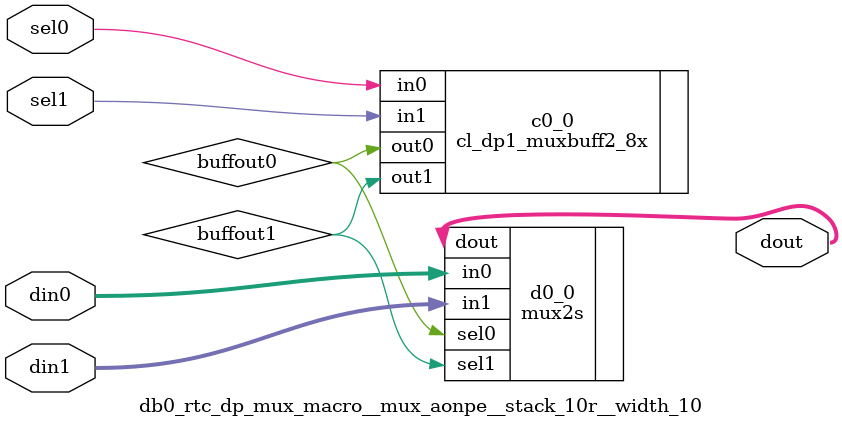
<source format=v>
module db0_rtc_dp (
  l2clk, 
  io_cmp_sync_en, 
  cmp_io2x_sync_en, 
  red_rtc_rep_bus, 
  scan_in, 
  scan_out, 
  tcu_pce_ov, 
  tcu_clk_stop, 
  tcu_aclk, 
  tcu_bclk, 
  tcu_scan_en, 
  l2t0_dbg0_sii_iq_dequeue, 
  l2t2_dbg0_sii_iq_dequeue, 
  l2t0_dbg0_sii_wib_dequeue, 
  l2t2_dbg0_sii_wib_dequeue, 
  l2t0_dbg0_err_event, 
  l2t2_dbg0_err_event, 
  l2t0_dbg0_pa_match, 
  l2t2_dbg0_pa_match, 
  l2t0_dbg0_xbar_vcid, 
  l2t2_dbg0_xbar_vcid, 
  l2b0_dbg0_sio_ctag_vld, 
  l2b1_dbg0_sio_ctag_vld, 
  l2b2_dbg0_sio_ctag_vld, 
  l2b3_dbg0_sio_ctag_vld, 
  l2b0_dbg0_sio_ack_type, 
  l2b1_dbg0_sio_ack_type, 
  l2b2_dbg0_sio_ack_type, 
  l2b3_dbg0_sio_ack_type, 
  l2b0_dbg0_sio_ack_dest, 
  l2b1_dbg0_sio_ack_dest, 
  l2b2_dbg0_sio_ack_dest, 
  l2b3_dbg0_sio_ack_dest, 
  spc0_dbg0_instr_cmt_grp0, 
  spc0_dbg0_instr_cmt_grp1, 
  spc2_dbg0_instr_cmt_grp0, 
  spc2_dbg0_instr_cmt_grp1, 
  dbg0_dbg1_debug_data, 
  dbg0_dbg1_l2t0_sii_iq_dequeue, 
  dbg0_dbg1_l2t2_sii_iq_dequeue, 
  dbg0_dbg1_l2t0_sii_wib_dequeue, 
  dbg0_dbg1_l2t2_sii_wib_dequeue, 
  dbg0_dbg1_l2t0_err_event, 
  dbg0_dbg1_l2t2_err_event, 
  dbg0_dbg1_l2t0_pa_match, 
  dbg0_dbg1_l2t2_pa_match, 
  dbg0_dbg1_l2t0_xbar_vcid, 
  dbg0_dbg1_l2t2_xbar_vcid, 
  dbg0_dbg1_spc0_instr_cmt_grp0, 
  dbg0_dbg1_spc0_instr_cmt_grp1, 
  dbg0_dbg1_spc2_instr_cmt_grp0, 
  dbg0_dbg1_spc2_instr_cmt_grp1, 
  dbg0_dbg1_l2b0_sio_ctag_vld, 
  dbg0_dbg1_l2b1_sio_ctag_vld, 
  dbg0_dbg1_l2b2_sio_ctag_vld, 
  dbg0_dbg1_l2b3_sio_ctag_vld, 
  dbg0_dbg1_l2b0_sio_ack_type, 
  dbg0_dbg1_l2b1_sio_ack_type, 
  dbg0_dbg1_l2b2_sio_ack_type, 
  dbg0_dbg1_l2b3_sio_ack_type, 
  dbg0_dbg1_l2b0_sio_ack_dest, 
  dbg0_dbg1_l2b1_sio_ack_dest, 
  dbg0_dbg1_l2b2_sio_ack_dest, 
  dbg0_dbg1_l2b3_sio_ack_dest);
wire pce_ov;
wire stop;
wire siclk;
wire soclk;
wire se;
wire ff_io_sync_en_scanin;
wire ff_io_sync_en_scanout;
wire dbg0_io_cmp_sync_en_2;
wire dbg0_io_cmp_sync_en_3;
wire dbg0_io_cmp_sync_en_4;
wire dbg0_io_cmp_sync_en_5;
wire dbg0_io_cmp_sync_en_32;
wire dbg0_io_cmp_sync_en_42;
wire dbg0_io_cmp_sync_en_52;
wire dbg0_io_cmp_sync_en_6;
wire dbg0_io_cmp_sync_en_62;
wire cmp_io2x_sync_en_2;
wire dbg0_io_cmp_sync_en_3or4;
wire dbg0_io_cmp_sync_en_32or42;
wire dbg0_io_cmp_sync_en_5or6;
wire dbg0_io_cmp_sync_en_52or62;
wire ff_red_rtc_rep_bus_slice0_scanin;
wire ff_red_rtc_rep_bus_slice0_scanout;
wire ff_red_rtc_rep_bus_slice1_scanin;
wire ff_red_rtc_rep_bus_slice1_scanout;
wire ff_red_rtc_rep_bus_slice2_scanin;
wire ff_red_rtc_rep_bus_slice2_scanout;
wire ff_red_rtc_rep_bus_slice3_scanin;
wire ff_red_rtc_rep_bus_slice3_scanout;
wire ff_red_rtc_rep_bus_slice4_scanin;
wire ff_red_rtc_rep_bus_slice4_scanout;
wire ff_red_rtc_rep_bus_slice5_scanin;
wire ff_red_rtc_rep_bus_slice5_scanout;
wire ff_red_rtc_rep_bus_slice6_scanin;
wire ff_red_rtc_rep_bus_slice6_scanout;
wire ff_red_rtc_rep_bus_slice7_scanin;
wire ff_red_rtc_rep_bus_slice7_scanout;
wire ff_rep_bus_slice0_scanin;
wire ff_rep_bus_slice0_scanout;
wire ff_rep_bus_slice1_scanin;
wire ff_rep_bus_slice1_scanout;
wire ff_rep_bus_slice2_scanin;
wire ff_rep_bus_slice2_scanout;
wire ff_rep_bus_slice3_scanin;
wire ff_rep_bus_slice3_scanout;


input		l2clk;                  //Internal CMP clock from CCU
input           io_cmp_sync_en;         // IO to CMP sync enable
input           cmp_io2x_sync_en;       // CMP to IO2X sync enable
input  [331:0]  red_rtc_rep_bus;        // repeatability bus from rtc_dp module 

input           scan_in;
output          scan_out;
input           tcu_pce_ov;
input           tcu_clk_stop;
input           tcu_aclk;
input           tcu_bclk;
input           tcu_scan_en;


input           l2t0_dbg0_sii_iq_dequeue;       //L2t 0  dequeue from IQ
input           l2t2_dbg0_sii_iq_dequeue;        //L2t 2  dequeue from IQ
input           l2t0_dbg0_sii_wib_dequeue;      //L2t 0  dequeue from IOWB
input           l2t2_dbg0_sii_wib_dequeue;      //L2t 2  dequeue from IOWB
input           l2t0_dbg0_err_event;    //An Error event occurred in l2t 0
input           l2t2_dbg0_err_event;    //An Error event occurred in l2t 2
input           l2t0_dbg0_pa_match;     //A PA match detected in l2t 0
input           l2t2_dbg0_pa_match;     //A PA match detected in l2t 2
input  [5:0]    l2t0_dbg0_xbar_vcid;    //VCID[5:0] from Xbar to L2t 0
input  [5:0]    l2t2_dbg0_xbar_vcid;    //VCID[5:0] from Xbar to L2t 2
input           l2b0_dbg0_sio_ctag_vld; //Ctag  valid from L2b 0  to SIO
input           l2b1_dbg0_sio_ctag_vld; //Ctag  valid from L2b 1  to SIO
input           l2b2_dbg0_sio_ctag_vld; //Ctag  valid from L2b 2  to SIO
input           l2b3_dbg0_sio_ctag_vld; //Ctag  valid from L2b 3  to SIO
input           l2b0_dbg0_sio_ack_type; //Read or Wr ack from L2b 0  to SIO
input           l2b1_dbg0_sio_ack_type; //Read or Wr ack from L2b 1  to SIO
input           l2b2_dbg0_sio_ack_type; //Read or Wr ack from L2b 2  to SIO
input           l2b3_dbg0_sio_ack_type; //Read or Wr ack from L2b 3  to SIO
input           l2b0_dbg0_sio_ack_dest; //Read or Wr ack dest (NIU/DMU) from L2b 0  to SIO
input           l2b1_dbg0_sio_ack_dest; //Read or Wr ack dest (NIU/DMU) from L2b 1  to SIO
input           l2b2_dbg0_sio_ack_dest; //Read or Wr ack dest (NIU/DMU) from L2b 2  to SIO
input           l2b3_dbg0_sio_ack_dest; //Read or Wr ack dest (NIU/DMU) from L2b 3  to SIO
input  [1:0]    spc0_dbg0_instr_cmt_grp0;//Instruction Commited in Thread Group 0 for SPC 0
input  [1:0]    spc0_dbg0_instr_cmt_grp1;//Instruction Commited in Thread Group 1 for SPC 0
input  [1:0]    spc2_dbg0_instr_cmt_grp0;//Instruction Commited in Thread Group 0 for SPC 2
input  [1:0]    spc2_dbg0_instr_cmt_grp1;//Instruction Commited in Thread Group 1 for SPC 2


output [165:0]   dbg0_dbg1_debug_data;  // 166 bit debug data bus carrying repeatability signals to DBG1
output           dbg0_dbg1_l2t0_sii_iq_dequeue;       //L2t 0  dequeue from IQ : flopped version
output           dbg0_dbg1_l2t2_sii_iq_dequeue;        //L2t 2  dequeue from IQ : flopped version
output           dbg0_dbg1_l2t0_sii_wib_dequeue;      //L2t 0  dequeue from IOWB : flopped version
output           dbg0_dbg1_l2t2_sii_wib_dequeue;      //L2t 2  dequeue from IOWB : flopped version
output           dbg0_dbg1_l2t0_err_event;    //An Error event occurred in l2t 0 : flopped version
output           dbg0_dbg1_l2t2_err_event;    //An Error event occurred in l2t 2 : flopped version
output           dbg0_dbg1_l2t0_pa_match;     //A PA match detected in l2t 0 : flopped version
output           dbg0_dbg1_l2t2_pa_match;     //A PA match detected in l2t 2 : flopped version
output  [5:0]    dbg0_dbg1_l2t0_xbar_vcid;    //VCID[5:0] from Xbar to L2t 0 : flopped version
output  [5:0]    dbg0_dbg1_l2t2_xbar_vcid;    //VCID[5:0] from Xbar to L2t 2 : flopped version

output  [1:0]    dbg0_dbg1_spc0_instr_cmt_grp0;//Instruction Commited in Thread Group 0 for SPC 0
output  [1:0]    dbg0_dbg1_spc0_instr_cmt_grp1;//Instruction Commited in Thread Group 1 for SPC 0
output  [1:0]    dbg0_dbg1_spc2_instr_cmt_grp0;//Instruction Commited in Thread Group 0 for SPC 2
output  [1:0]    dbg0_dbg1_spc2_instr_cmt_grp1;//Instruction Commited in Thread Group 1 for SPC 2

output           dbg0_dbg1_l2b0_sio_ctag_vld; //Ctag  valid from L2b 0  to SIO : flopped version
output           dbg0_dbg1_l2b1_sio_ctag_vld; //Ctag  valid from L2b 1  to SIO : flopped version
output           dbg0_dbg1_l2b2_sio_ctag_vld; //Ctag  valid from L2b 2  to SIO : flopped version
output           dbg0_dbg1_l2b3_sio_ctag_vld; //Ctag  valid from L2b 3  to SIO : flopped version
output           dbg0_dbg1_l2b0_sio_ack_type; //Read or Wr ack from L2b 0  to SIO : flopped version
output           dbg0_dbg1_l2b1_sio_ack_type; //Read or Wr ack from L2b 1  to SIO : flopped version
output           dbg0_dbg1_l2b2_sio_ack_type; //Read or Wr ack from L2b 2  to SIO : flopped version
output           dbg0_dbg1_l2b3_sio_ack_type; //Read or Wr ack from L2b 3  to SIO : flopped version
output           dbg0_dbg1_l2b0_sio_ack_dest; //Read or Wr ack dest (NIU/DMU) from L2b 0  to SIO : flopped version
output           dbg0_dbg1_l2b1_sio_ack_dest; //Read or Wr ack dest (NIU/DMU) from L2b 1  to SIO : flopped version
output           dbg0_dbg1_l2b2_sio_ack_dest; //Read or Wr ack dest (NIU/DMU) from L2b 2  to SIO : flopped version
output           dbg0_dbg1_l2b3_sio_ack_dest; //Read or Wr ack dest (NIU/DMU) from L2b 3  to SIO : flopped version

// Scan reassigns
assign pce_ov = tcu_pce_ov;
assign stop = tcu_clk_stop;
assign siclk = tcu_aclk;
assign soclk = tcu_bclk;
assign se = tcu_scan_en;

wire  [331:0] red_rtc_rep_bus_r,red_rtc_rep_bus_rewired;
wire  [165:0] rep_bus;

// io_cmp_sync_en staging flops to stage sync_enables and to stage signnals 
// from spc0,2, l2b0,1,2,3 l2t0,2  

db0_rtc_dp_msff_macro__stack_50c__width_50 ff_io_sync_en           (
                .scan_in(ff_io_sync_en_scanin),
                .scan_out(ff_io_sync_en_scanout),
                .clk    ( l2clk ),
                .en     ( 1'b1 ),
                .din    ( {io_cmp_sync_en,dbg0_io_cmp_sync_en_2,
                           dbg0_io_cmp_sync_en_3,dbg0_io_cmp_sync_en_4,dbg0_io_cmp_sync_en_5,
                           dbg0_io_cmp_sync_en_2,dbg0_io_cmp_sync_en_32,dbg0_io_cmp_sync_en_42,
                           dbg0_io_cmp_sync_en_52,cmp_io2x_sync_en,
                           spc0_dbg0_instr_cmt_grp0[1:0],spc0_dbg0_instr_cmt_grp1[1:0],
                           spc2_dbg0_instr_cmt_grp0[1:0],spc2_dbg0_instr_cmt_grp1[1:0],
                           l2b0_dbg0_sio_ctag_vld,l2b1_dbg0_sio_ctag_vld,l2b2_dbg0_sio_ctag_vld,
                           l2b3_dbg0_sio_ctag_vld,l2b0_dbg0_sio_ack_type,l2b1_dbg0_sio_ack_type,
                           l2b2_dbg0_sio_ack_type,l2b3_dbg0_sio_ack_type,l2b0_dbg0_sio_ack_dest,
                           l2b1_dbg0_sio_ack_dest,l2b2_dbg0_sio_ack_dest,l2b3_dbg0_sio_ack_dest,
                           l2t0_dbg0_xbar_vcid[5:0],l2t2_dbg0_xbar_vcid[5:0],
                           l2t0_dbg0_sii_iq_dequeue,l2t2_dbg0_sii_iq_dequeue,l2t0_dbg0_sii_wib_dequeue,
                           l2t2_dbg0_sii_wib_dequeue,l2t0_dbg0_err_event,l2t2_dbg0_err_event,
                           l2t0_dbg0_pa_match,l2t2_dbg0_pa_match} 
                         ),
                           
                .dout   ( {dbg0_io_cmp_sync_en_2,dbg0_io_cmp_sync_en_3,
                           dbg0_io_cmp_sync_en_4,dbg0_io_cmp_sync_en_5,dbg0_io_cmp_sync_en_6,
                           dbg0_io_cmp_sync_en_32,dbg0_io_cmp_sync_en_42,dbg0_io_cmp_sync_en_52,
                           dbg0_io_cmp_sync_en_62,cmp_io2x_sync_en_2,
                           dbg0_dbg1_spc0_instr_cmt_grp0[1:0],dbg0_dbg1_spc0_instr_cmt_grp1[1:0],
                           dbg0_dbg1_spc2_instr_cmt_grp0[1:0],dbg0_dbg1_spc2_instr_cmt_grp1[1:0],
                           dbg0_dbg1_l2b0_sio_ctag_vld,dbg0_dbg1_l2b1_sio_ctag_vld,
                           dbg0_dbg1_l2b2_sio_ctag_vld,dbg0_dbg1_l2b3_sio_ctag_vld,
                           dbg0_dbg1_l2b0_sio_ack_type,dbg0_dbg1_l2b1_sio_ack_type,
                           dbg0_dbg1_l2b2_sio_ack_type,dbg0_dbg1_l2b3_sio_ack_type,
                           dbg0_dbg1_l2b0_sio_ack_dest,dbg0_dbg1_l2b1_sio_ack_dest,
                           dbg0_dbg1_l2b2_sio_ack_dest,dbg0_dbg1_l2b3_sio_ack_dest,
                           dbg0_dbg1_l2t0_xbar_vcid[5:0],dbg0_dbg1_l2t2_xbar_vcid[5:0],
                           dbg0_dbg1_l2t0_sii_iq_dequeue,dbg0_dbg1_l2t2_sii_iq_dequeue,
                           dbg0_dbg1_l2t0_sii_wib_dequeue,dbg0_dbg1_l2t2_sii_wib_dequeue,
                           dbg0_dbg1_l2t0_err_event,dbg0_dbg1_l2t2_err_event,
                           dbg0_dbg1_l2t0_pa_match,dbg0_dbg1_l2t2_pa_match} ),
  .se(se),
  .siclk(siclk),
  .soclk(soclk),
  .pce_ov(pce_ov),
  .stop(stop)
                );

// OR piped versions of sync enables to generate mux selects

db0_rtc_dp_or_macro__stack_1l__width_1 or_sync_3_4    
        (
        .din0   (dbg0_io_cmp_sync_en_3),
        .din1   (dbg0_io_cmp_sync_en_4),
        .dout   (dbg0_io_cmp_sync_en_3or4)
        );

db0_rtc_dp_or_macro__stack_1l__width_1 or_sync_32_42    
        (
        .din0   (dbg0_io_cmp_sync_en_32),
        .din1   (dbg0_io_cmp_sync_en_42),
        .dout   (dbg0_io_cmp_sync_en_32or42)
        );

db0_rtc_dp_or_macro__stack_1l__width_1 or_sync_5_6    
        (
        .din0   (dbg0_io_cmp_sync_en_5),
        .din1   (dbg0_io_cmp_sync_en_6),
        .dout   (dbg0_io_cmp_sync_en_5or6)
        );

db0_rtc_dp_or_macro__stack_1l__width_1 or_sync_52_62    
        (
        .din0   (dbg0_io_cmp_sync_en_52),
        .din1   (dbg0_io_cmp_sync_en_62),
        .dout   (dbg0_io_cmp_sync_en_52or62)
        );

// flop red_rtc_rep_bus bits [165:0]
// flop the data such that the DMU data goes out over 2 back to back 700 mhz clock edges
// on bits 82:0 , and NIU data on bits 165:83

assign red_rtc_rep_bus_rewired = {   red_rtc_rep_bus[248:166],red_rtc_rep_bus[82:0], // NIU 2nd,DMU 2nd
                                     red_rtc_rep_bus[331:249],red_rtc_rep_bus[165:83]} ; // NIU 1st, DMU 1st


db0_rtc_dp_msff_macro__stack_72c__width_72 ff_red_rtc_rep_bus_slice0           (
                .scan_in(ff_red_rtc_rep_bus_slice0_scanin),
                .scan_out(ff_red_rtc_rep_bus_slice0_scanout),
                .clk    ( l2clk ),
                .en     ( dbg0_io_cmp_sync_en_2 ),
                .din    ( red_rtc_rep_bus_rewired[71:0]),
                .dout   ( red_rtc_rep_bus_r[71:0]),
  .se(se),
  .siclk(siclk),
  .soclk(soclk),
  .pce_ov(pce_ov),
  .stop(stop) 
                );

db0_rtc_dp_msff_macro__stack_12r__width_12 ff_red_rtc_rep_bus_slice1           (
                .scan_in(ff_red_rtc_rep_bus_slice1_scanin),
                .scan_out(ff_red_rtc_rep_bus_slice1_scanout),
                .clk    ( l2clk ),
                .en     ( dbg0_io_cmp_sync_en_2 ),
                .din    ( red_rtc_rep_bus_rewired[83:72]),
                .dout   ( red_rtc_rep_bus_r[83:72]),
  .se(se),
  .siclk(siclk),
  .soclk(soclk),
  .pce_ov(pce_ov),
  .stop(stop)
                );

db0_rtc_dp_msff_macro__stack_72c__width_72 ff_red_rtc_rep_bus_slice2           (
                .scan_in(ff_red_rtc_rep_bus_slice2_scanin),
                .scan_out(ff_red_rtc_rep_bus_slice2_scanout),
                .clk    ( l2clk ),
                .en     ( dbg0_io_cmp_sync_en_2 ),
                .din    ( red_rtc_rep_bus_rewired[155:84]),
                .dout   ( red_rtc_rep_bus_r[155:84]),
  .se(se),
  .siclk(siclk),
  .soclk(soclk),
  .pce_ov(pce_ov),
  .stop(stop)
               );

db0_rtc_dp_msff_macro__stack_10r__width_10 ff_red_rtc_rep_bus_slice3           (
                .scan_in(ff_red_rtc_rep_bus_slice3_scanin),
                .scan_out(ff_red_rtc_rep_bus_slice3_scanout),
                .clk    ( l2clk ),
                .en     ( dbg0_io_cmp_sync_en_2 ),
                .din    ( red_rtc_rep_bus_rewired[165:156]),
                .dout   ( red_rtc_rep_bus_r[165:156]),
  .se(se),
  .siclk(siclk),
  .soclk(soclk),
  .pce_ov(pce_ov),
  .stop(stop)
               );

// flop red_rtc_rep_bus bits [311:166]

db0_rtc_dp_msff_macro__stack_72c__width_72 ff_red_rtc_rep_bus_slice4          (
                .scan_in(ff_red_rtc_rep_bus_slice4_scanin),
                .scan_out(ff_red_rtc_rep_bus_slice4_scanout),
                .clk    ( l2clk ),
                .en     ( dbg0_io_cmp_sync_en_2 ),
                .din    ( red_rtc_rep_bus_rewired[237:166]),
                .dout   ( red_rtc_rep_bus_r[237:166]),
  .se(se),
  .siclk(siclk),
  .soclk(soclk),
  .pce_ov(pce_ov),
  .stop(stop)
               );

db0_rtc_dp_msff_macro__stack_12r__width_12 ff_red_rtc_rep_bus_slice5          (
                .scan_in(ff_red_rtc_rep_bus_slice5_scanin),
                .scan_out(ff_red_rtc_rep_bus_slice5_scanout),
                .clk    ( l2clk ),
                .en     ( dbg0_io_cmp_sync_en_2 ),
                .din    ( red_rtc_rep_bus_rewired[249:238]),
                .dout   ( red_rtc_rep_bus_r[249:238]),
  .se(se),
  .siclk(siclk),
  .soclk(soclk),
  .pce_ov(pce_ov),
  .stop(stop)
               );

db0_rtc_dp_msff_macro__stack_72c__width_72 ff_red_rtc_rep_bus_slice6          (
                .scan_in(ff_red_rtc_rep_bus_slice6_scanin),
                .scan_out(ff_red_rtc_rep_bus_slice6_scanout),
                .clk    ( l2clk ),
                .en     ( dbg0_io_cmp_sync_en_2 ),
                .din    ( red_rtc_rep_bus_rewired[321:250]),
                .dout   ( red_rtc_rep_bus_r[321:250]),
  .se(se),
  .siclk(siclk),
  .soclk(soclk),
  .pce_ov(pce_ov),
  .stop(stop)
               );

db0_rtc_dp_msff_macro__stack_10r__width_10 ff_red_rtc_rep_bus_slice7          (
                .scan_in(ff_red_rtc_rep_bus_slice7_scanin),
                .scan_out(ff_red_rtc_rep_bus_slice7_scanout),
                .clk    ( l2clk ),
                .en     ( dbg0_io_cmp_sync_en_2 ),
                .din    ( red_rtc_rep_bus_rewired[331:322]),
                .dout   ( red_rtc_rep_bus_r[331:322]),
  .se(se),
  .siclk(siclk),
  .soclk(soclk),
  .pce_ov(pce_ov),
  .stop(stop)
               );

// Mux between red_rtc_rep_bus_r[311:166] and red_rtc_rep_bus_r[165:0]

db0_rtc_dp_mux_macro__mux_aonpe__stack_72c__width_72 mux_1 
               (
                .dout (rep_bus[71:0]),
                .din0  (red_rtc_rep_bus_r[71:0]),
                .din1  (red_rtc_rep_bus_r[237:166]),
                .sel0 (dbg0_io_cmp_sync_en_3or4),
                .sel1 (dbg0_io_cmp_sync_en_5or6)
              ) ;

db0_rtc_dp_mux_macro__mux_aonpe__stack_12r__width_12 mux_2 
               (
                .dout (rep_bus[83:72]),
                .din0  (red_rtc_rep_bus_r[83:72]),
                .din1  (red_rtc_rep_bus_r[249:238]),
                .sel0 (dbg0_io_cmp_sync_en_3or4),
                .sel1 (dbg0_io_cmp_sync_en_5or6)
              ) ;

db0_rtc_dp_mux_macro__mux_aonpe__stack_72c__width_72 mux_3 
               (
                .dout (rep_bus[155:84]),
                .din0  (red_rtc_rep_bus_r[155:84]),
                .din1  (red_rtc_rep_bus_r[321:250]),
                .sel0 (dbg0_io_cmp_sync_en_32or42),
                .sel1 (dbg0_io_cmp_sync_en_52or62)
              ) ;

db0_rtc_dp_mux_macro__mux_aonpe__stack_10r__width_10 mux_4 
               (
                .dout (rep_bus[165:156]),
                .din0  (red_rtc_rep_bus_r[165:156]),
                .din1  (red_rtc_rep_bus_r[331:322]),
                .sel0 (dbg0_io_cmp_sync_en_32or42),
                .sel1 (dbg0_io_cmp_sync_en_52or62)
              ) ;

// FLop rep_bus before sending out of dbg0, enabled by cmp_io2x_sync_en_2

db0_rtc_dp_msff_macro__stack_72c__width_72 ff_rep_bus_slice0           (
                .scan_in(ff_rep_bus_slice0_scanin),
                .scan_out(ff_rep_bus_slice0_scanout),
                .clk    ( l2clk ),
                .en     ( cmp_io2x_sync_en_2 ),
                .din    ( rep_bus[71:0]),
                .dout   ( dbg0_dbg1_debug_data[71:0]),
  .se(se),
  .siclk(siclk),
  .soclk(soclk),
  .pce_ov(pce_ov),
  .stop(stop)
                );

db0_rtc_dp_msff_macro__stack_12r__width_12 ff_rep_bus_slice1           (
                .scan_in(ff_rep_bus_slice1_scanin),
                .scan_out(ff_rep_bus_slice1_scanout),
                .clk    ( l2clk ),
                .en     ( cmp_io2x_sync_en_2 ),
                .din    ( rep_bus[83:72]),
                .dout   ( dbg0_dbg1_debug_data[83:72]),
  .se(se),
  .siclk(siclk),
  .soclk(soclk),
  .pce_ov(pce_ov),
  .stop(stop)
                );

db0_rtc_dp_msff_macro__stack_72c__width_72 ff_rep_bus_slice2           (
                .scan_in(ff_rep_bus_slice2_scanin),
                .scan_out(ff_rep_bus_slice2_scanout),
                .clk    ( l2clk ),
                .en     ( cmp_io2x_sync_en_2 ),
                .din    ( rep_bus[155:84]),
                .dout   ( dbg0_dbg1_debug_data[155:84]),
  .se(se),
  .siclk(siclk),
  .soclk(soclk),
  .pce_ov(pce_ov),
  .stop(stop)
               );

db0_rtc_dp_msff_macro__stack_10r__width_10 ff_rep_bus_slice3           (
                .scan_in(ff_rep_bus_slice3_scanin),
                .scan_out(ff_rep_bus_slice3_scanout),
                .clk    ( l2clk ),
                .en     ( cmp_io2x_sync_en_2 ),
                .din    ( rep_bus[165:156]),
                .dout   ( dbg0_dbg1_debug_data[165:156]),
  .se(se),
  .siclk(siclk),
  .soclk(soclk),
  .pce_ov(pce_ov),
  .stop(stop)
               );


// fixscan start:
assign ff_io_sync_en_scanin      = scan_in                  ;
assign ff_red_rtc_rep_bus_slice0_scanin = ff_io_sync_en_scanout    ;
assign ff_red_rtc_rep_bus_slice1_scanin = ff_red_rtc_rep_bus_slice0_scanout;
assign ff_red_rtc_rep_bus_slice2_scanin = ff_red_rtc_rep_bus_slice1_scanout;
assign ff_red_rtc_rep_bus_slice3_scanin = ff_red_rtc_rep_bus_slice2_scanout;
assign ff_red_rtc_rep_bus_slice4_scanin = ff_red_rtc_rep_bus_slice3_scanout;
assign ff_red_rtc_rep_bus_slice5_scanin = ff_red_rtc_rep_bus_slice4_scanout;
assign ff_red_rtc_rep_bus_slice6_scanin = ff_red_rtc_rep_bus_slice5_scanout;
assign ff_red_rtc_rep_bus_slice7_scanin = ff_red_rtc_rep_bus_slice6_scanout;
assign ff_rep_bus_slice0_scanin  = ff_red_rtc_rep_bus_slice7_scanout;
assign ff_rep_bus_slice1_scanin  = ff_rep_bus_slice0_scanout;
assign ff_rep_bus_slice2_scanin  = ff_rep_bus_slice1_scanout;
assign ff_rep_bus_slice3_scanin  = ff_rep_bus_slice2_scanout;
assign scan_out                  = ff_rep_bus_slice3_scanout;
// fixscan end:
endmodule






// any PARAMS parms go into naming of macro

module db0_rtc_dp_msff_macro__stack_50c__width_50 (
  din, 
  clk, 
  en, 
  se, 
  scan_in, 
  siclk, 
  soclk, 
  pce_ov, 
  stop, 
  dout, 
  scan_out);
wire l1clk;
wire siclk_out;
wire soclk_out;
wire [48:0] so;

  input [49:0] din;


  input clk;
  input en;
  input se;
  input scan_in;
  input siclk;
  input soclk;
  input pce_ov;
  input stop;



  output [49:0] dout;


  output scan_out;




cl_dp1_l1hdr_8x c0_0 (
.l2clk(clk),
.pce(en),
.aclk(siclk),
.bclk(soclk),
.l1clk(l1clk),
  .se(se),
  .pce_ov(pce_ov),
  .stop(stop),
  .siclk_out(siclk_out),
  .soclk_out(soclk_out)
);
dff #(50)  d0_0 (
.l1clk(l1clk),
.siclk(siclk_out),
.soclk(soclk_out),
.d(din[49:0]),
.si({scan_in,so[48:0]}),
.so({so[48:0],scan_out}),
.q(dout[49:0])
);




















endmodule









//  
//   or macro for ports = 2,3
//
//





module db0_rtc_dp_or_macro__stack_1l__width_1 (
  din0, 
  din1, 
  dout);
  input [0:0] din0;
  input [0:0] din1;
  output [0:0] dout;






or2 #(1)  d0_0 (
.in0(din0[0:0]),
.in1(din1[0:0]),
.out(dout[0:0])
);









endmodule









// any PARAMS parms go into naming of macro

module db0_rtc_dp_msff_macro__stack_72c__width_72 (
  din, 
  clk, 
  en, 
  se, 
  scan_in, 
  siclk, 
  soclk, 
  pce_ov, 
  stop, 
  dout, 
  scan_out);
wire l1clk;
wire siclk_out;
wire soclk_out;
wire [70:0] so;

  input [71:0] din;


  input clk;
  input en;
  input se;
  input scan_in;
  input siclk;
  input soclk;
  input pce_ov;
  input stop;



  output [71:0] dout;


  output scan_out;




cl_dp1_l1hdr_8x c0_0 (
.l2clk(clk),
.pce(en),
.aclk(siclk),
.bclk(soclk),
.l1clk(l1clk),
  .se(se),
  .pce_ov(pce_ov),
  .stop(stop),
  .siclk_out(siclk_out),
  .soclk_out(soclk_out)
);
dff #(72)  d0_0 (
.l1clk(l1clk),
.siclk(siclk_out),
.soclk(soclk_out),
.d(din[71:0]),
.si({scan_in,so[70:0]}),
.so({so[70:0],scan_out}),
.q(dout[71:0])
);




















endmodule













// any PARAMS parms go into naming of macro

module db0_rtc_dp_msff_macro__stack_12r__width_12 (
  din, 
  clk, 
  en, 
  se, 
  scan_in, 
  siclk, 
  soclk, 
  pce_ov, 
  stop, 
  dout, 
  scan_out);
wire l1clk;
wire siclk_out;
wire soclk_out;
wire [10:0] so;

  input [11:0] din;


  input clk;
  input en;
  input se;
  input scan_in;
  input siclk;
  input soclk;
  input pce_ov;
  input stop;



  output [11:0] dout;


  output scan_out;




cl_dp1_l1hdr_8x c0_0 (
.l2clk(clk),
.pce(en),
.aclk(siclk),
.bclk(soclk),
.l1clk(l1clk),
  .se(se),
  .pce_ov(pce_ov),
  .stop(stop),
  .siclk_out(siclk_out),
  .soclk_out(soclk_out)
);
dff #(12)  d0_0 (
.l1clk(l1clk),
.siclk(siclk_out),
.soclk(soclk_out),
.d(din[11:0]),
.si({scan_in,so[10:0]}),
.so({so[10:0],scan_out}),
.q(dout[11:0])
);




















endmodule













// any PARAMS parms go into naming of macro

module db0_rtc_dp_msff_macro__stack_10r__width_10 (
  din, 
  clk, 
  en, 
  se, 
  scan_in, 
  siclk, 
  soclk, 
  pce_ov, 
  stop, 
  dout, 
  scan_out);
wire l1clk;
wire siclk_out;
wire soclk_out;
wire [8:0] so;

  input [9:0] din;


  input clk;
  input en;
  input se;
  input scan_in;
  input siclk;
  input soclk;
  input pce_ov;
  input stop;



  output [9:0] dout;


  output scan_out;




cl_dp1_l1hdr_8x c0_0 (
.l2clk(clk),
.pce(en),
.aclk(siclk),
.bclk(soclk),
.l1clk(l1clk),
  .se(se),
  .pce_ov(pce_ov),
  .stop(stop),
  .siclk_out(siclk_out),
  .soclk_out(soclk_out)
);
dff #(10)  d0_0 (
.l1clk(l1clk),
.siclk(siclk_out),
.soclk(soclk_out),
.d(din[9:0]),
.si({scan_in,so[8:0]}),
.so({so[8:0],scan_out}),
.q(dout[9:0])
);




















endmodule









// general mux macro for pass-gate and and-or muxes with/wout priority encoders
// also for pass-gate with decoder





// any PARAMS parms go into naming of macro

module db0_rtc_dp_mux_macro__mux_aonpe__stack_72c__width_72 (
  din0, 
  sel0, 
  din1, 
  sel1, 
  dout);
wire buffout0;
wire buffout1;

  input [71:0] din0;
  input sel0;
  input [71:0] din1;
  input sel1;
  output [71:0] dout;





cl_dp1_muxbuff2_8x  c0_0 (
 .in0(sel0),
 .in1(sel1),
 .out0(buffout0),
 .out1(buffout1)
);
mux2s #(72)  d0_0 (
  .sel0(buffout0),
  .sel1(buffout1),
  .in0(din0[71:0]),
  .in1(din1[71:0]),
.dout(dout[71:0])
);









  



endmodule


// general mux macro for pass-gate and and-or muxes with/wout priority encoders
// also for pass-gate with decoder





// any PARAMS parms go into naming of macro

module db0_rtc_dp_mux_macro__mux_aonpe__stack_12r__width_12 (
  din0, 
  sel0, 
  din1, 
  sel1, 
  dout);
wire buffout0;
wire buffout1;

  input [11:0] din0;
  input sel0;
  input [11:0] din1;
  input sel1;
  output [11:0] dout;





cl_dp1_muxbuff2_8x  c0_0 (
 .in0(sel0),
 .in1(sel1),
 .out0(buffout0),
 .out1(buffout1)
);
mux2s #(12)  d0_0 (
  .sel0(buffout0),
  .sel1(buffout1),
  .in0(din0[11:0]),
  .in1(din1[11:0]),
.dout(dout[11:0])
);









  



endmodule


// general mux macro for pass-gate and and-or muxes with/wout priority encoders
// also for pass-gate with decoder





// any PARAMS parms go into naming of macro

module db0_rtc_dp_mux_macro__mux_aonpe__stack_10r__width_10 (
  din0, 
  sel0, 
  din1, 
  sel1, 
  dout);
wire buffout0;
wire buffout1;

  input [9:0] din0;
  input sel0;
  input [9:0] din1;
  input sel1;
  output [9:0] dout;





cl_dp1_muxbuff2_8x  c0_0 (
 .in0(sel0),
 .in1(sel1),
 .out0(buffout0),
 .out1(buffout1)
);
mux2s #(10)  d0_0 (
  .sel0(buffout0),
  .sel1(buffout1),
  .in0(din0[9:0]),
  .in1(din1[9:0]),
.dout(dout[9:0])
);









  



endmodule


</source>
